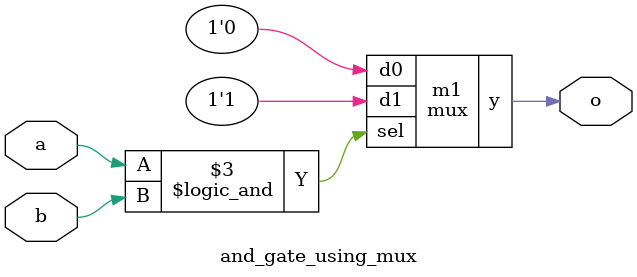
<source format=sv>

module mux
(
  input  d0, d1,
  input  sel,
  output y
);

  assign y = sel ? d1 : d0;

endmodule

//----------------------------------------------------------------------------
// Task
//----------------------------------------------------------------------------

module and_gate_using_mux
(
    input  a,
    input  b,
    output o
);

  // Task:
  // Implement and gate using instance(s) of mux,
  // constants 0 and 1, and wire connections
  mux m1(.d0(0),.d1(1),.sel(a&&b),.y(o));
  
  
  


endmodule

</source>
